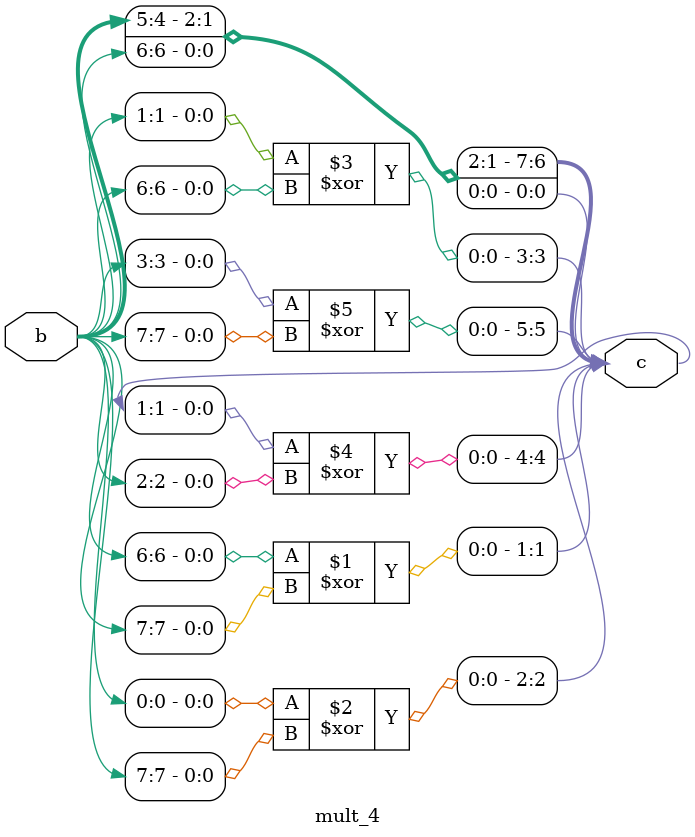
<source format=v>
module mult_4
(
    input        [      7:0]  b ,
    output wire  [      7:0]  c
);

   assign c[0] = b[6];
   assign c[1] = b[6] ^ b[7];
   assign c[2] = b[0] ^ b[7];
   assign c[3] = b[1] ^ b[6];
   assign c[4] = c[1] ^ b[2];
   assign c[5] = b[3] ^ b[7];
   assign c[6] = b[4];
   assign c[7] = b[5];
   
endmodule
</source>
